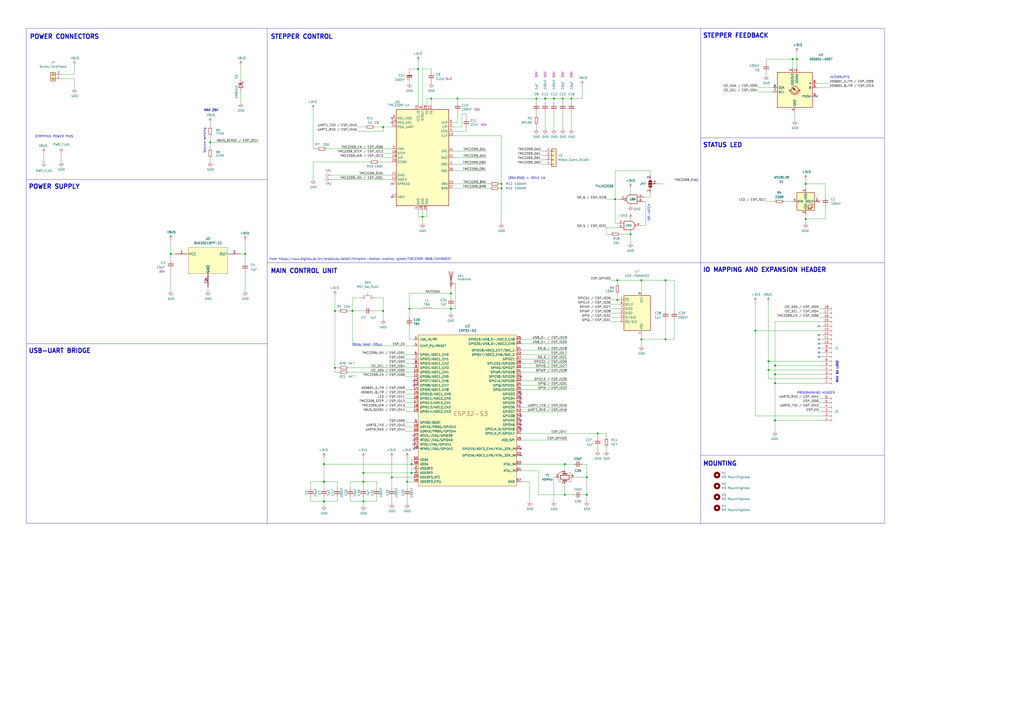
<source format=kicad_sch>
(kicad_sch (version 20230121) (generator eeschema)
  (paper "A2")
  (title_block (title "ESP Stepper Servo") (date "${date}") (rev "${commit}") (comment 1 "github.com/slimcdk/esp-stepper-servo/tree/${commit}"))
  (junction (at 237.49 179.07))
  (junction (at 462.28 34.29))
  (junction (at 358.14 173.99))
  (junction (at 238.76 274.32))
  (junction (at 445.77 209.55))
  (junction (at 210.82 290.83))
  (junction (at 445.77 214.63))
  (junction (at 250.19 57.15))
  (junction (at 210.82 279.4))
  (junction (at 311.15 57.15))
  (junction (at 261.62 170.18))
  (junction (at 365.76 135.89))
  (junction (at 386.08 162.56))
  (junction (at 238.76 269.24))
  (junction (at 194.31 213.36))
  (junction (at 187.96 290.83))
  (junction (at 326.39 57.15))
  (junction (at 340.36 276.86))
  (junction (at 265.43 57.15))
  (junction (at 245.11 125.73))
  (junction (at 327.66 269.24))
  (junction (at 290.83 109.22))
  (junction (at 227.33 276.86))
  (junction (at 187.96 269.24))
  (junction (at 236.22 279.4))
  (junction (at 467.36 106.68))
  (junction (at 99.06 147.32))
  (junction (at 142.24 147.32))
  (junction (at 386.08 196.85))
  (junction (at 340.36 287.02))
  (junction (at 372.11 196.85))
  (junction (at 290.83 106.68))
  (junction (at 204.47 180.34))
  (junction (at 356.87 115.57))
  (junction (at 222.25 180.34))
  (junction (at 327.66 287.02))
  (junction (at 467.36 127))
  (junction (at 321.31 57.15))
  (junction (at 449.58 212.09))
  (junction (at 222.25 73.66))
  (junction (at 316.23 57.15))
  (junction (at 372.11 162.56))
  (junction (at 449.58 243.84))
  (junction (at 459.74 34.29))
  (junction (at 210.82 274.32))
  (junction (at 346.71 251.46))
  (junction (at 261.62 179.07))
  (junction (at 331.47 57.15))
  (junction (at 187.96 279.4))
  (junction (at 438.15 191.77))
  (junction (at 242.57 40.005))
  (junction (at 194.31 180.34))
  (junction (at 121.92 82.55))
  (junction (at 358.14 162.56))
  (junction (at 449.58 217.17))
  (junction (at 449.58 222.25))
  (no_connect (at 302.26 243.84))
  (no_connect (at 240.03 257.81))
  (no_connect (at 474.98 199.39))
  (no_connect (at 240.03 252.73))
  (no_connect (at 240.03 223.52))
  (no_connect (at 474.98 196.85))
  (no_connect (at 302.26 246.38))
  (no_connect (at 474.98 116.84))
  (no_connect (at 227.33 114.3))
  (no_connect (at 302.26 218.44))
  (no_connect (at 302.26 260.35))
  (no_connect (at 302.26 228.6))
  (no_connect (at 302.26 264.16))
  (no_connect (at 302.26 241.3))
  (no_connect (at 227.33 68.58))
  (no_connect (at 474.98 207.01))
  (no_connect (at 240.03 255.27))
  (no_connect (at 227.33 71.12))
  (no_connect (at 240.03 220.98))
  (no_connect (at 474.98 194.31))
  (no_connect (at 474.98 189.23))
  (no_connect (at 474.98 201.93))
  (no_connect (at 302.26 231.14))
  (no_connect (at 302.26 233.68))
  (no_connect (at 474.98 204.47))
  (no_connect (at 240.03 260.35))
  (no_connect (at 302.26 248.92))
  (no_connect (at 473.71 55.88))
  (no_connect (at 227.33 106.68))
  (wire (pts (xy 327.66 273.05) (xy 327.66 269.24)))
  (wire (pts (xy 262.89 71.12) (xy 265.43 71.12)))
  (wire (pts (xy 201.93 180.34) (xy 204.47 180.34)))
  (wire (pts (xy 302.26 223.52) (xy 328.93 223.52)))
  (wire (pts (xy 439.42 50.8) (xy 448.31 50.8)))
  (wire (pts (xy 474.98 184.15) (xy 477.52 184.15)))
  (wire (pts (xy 203.2 283.21) (xy 203.2 279.4)))
  (wire (pts (xy 386.08 185.42) (xy 386.08 196.85)))
  (wire (pts (xy 374.65 116.84) (xy 373.38 116.84)))
  (wire (pts (xy 227.33 288.29) (xy 227.33 292.1)))
  (wire (pts (xy 210.82 279.4) (xy 218.44 279.4)))
  (wire (pts (xy 261.62 177.8) (xy 261.62 179.07)))
  (wire (pts (xy 180.34 290.83) (xy 187.96 290.83)))
  (wire (pts (xy 474.98 236.22) (xy 477.52 236.22)))
  (wire (pts (xy 302.26 203.2) (xy 328.93 203.2)))
  (wire (pts (xy 311.15 57.15) (xy 316.23 57.15)))
  (wire (pts (xy 459.74 34.29) (xy 462.28 34.29)))
  (wire (pts (xy 121.92 82.55) (xy 121.92 86.36)))
  (wire (pts (xy 386.08 162.56) (xy 372.11 162.56)))
  (wire (pts (xy 439.42 53.34) (xy 448.31 53.34)))
  (polyline (pts (xy 154.94 199.39) (xy 154.94 104.14)))
  (wire (pts (xy 234.95 218.44) (xy 240.03 218.44)))
  (wire (pts (xy 313.69 92.71) (xy 316.23 92.71)))
  (wire (pts (xy 236.22 265.43) (xy 236.22 279.4)))
  (wire (pts (xy 391.16 196.85) (xy 386.08 196.85)))
  (wire (pts (xy 242.57 121.92) (xy 242.57 125.73)))
  (wire (pts (xy 340.36 276.86) (xy 340.36 287.02)))
  (wire (pts (xy 261.62 167.64) (xy 261.62 170.18)))
  (wire (pts (xy 449.58 250.19) (xy 449.58 243.84)))
  (wire (pts (xy 237.49 189.23) (xy 237.49 196.85)))
  (polyline (pts (xy 406.4 264.16) (xy 513.08 264.16)))
  (wire (pts (xy 267.97 73.66) (xy 267.97 66.04)))
  (wire (pts (xy 461.01 69.85) (xy 461.01 64.77)))
  (wire (pts (xy 438.15 241.3) (xy 477.52 241.3)))
  (wire (pts (xy 467.36 129.54) (xy 467.36 127)))
  (wire (pts (xy 187.96 290.83) (xy 187.96 293.37)))
  (wire (pts (xy 245.11 40.005) (xy 250.19 40.005)))
  (wire (pts (xy 227.33 276.86) (xy 240.03 276.86)))
  (wire (pts (xy 473.71 50.8) (xy 481.33 50.8)))
  (wire (pts (xy 354.33 181.61) (xy 359.41 181.61)))
  (wire (pts (xy 302.26 210.82) (xy 328.93 210.82)))
  (wire (pts (xy 242.57 125.73) (xy 245.11 125.73)))
  (wire (pts (xy 290.83 78.74) (xy 290.83 106.68)))
  (wire (pts (xy 187.96 265.43) (xy 187.96 269.24)))
  (polyline (pts (xy 154.94 303.53) (xy 154.94 199.39)))
  (wire (pts (xy 265.43 71.12) (xy 265.43 64.77)))
  (wire (pts (xy 139.7 38.1) (xy 139.7 45.72)))
  (wire (pts (xy 467.36 106.68) (xy 467.36 109.22)))
  (wire (pts (xy 227.33 265.43) (xy 227.33 276.86)))
  (wire (pts (xy 474.98 194.31) (xy 477.52 194.31)))
  (wire (pts (xy 356.87 115.57) (xy 359.41 115.57)))
  (wire (pts (xy 262.89 78.74) (xy 290.83 78.74)))
  (polyline (pts (xy 381 16.51) (xy 146.05 16.51)))
  (wire (pts (xy 204.47 200.66) (xy 240.03 200.66)))
  (wire (pts (xy 477.52 189.23) (xy 474.98 189.23)))
  (wire (pts (xy 240.03 196.85) (xy 237.49 196.85)))
  (wire (pts (xy 262.89 76.2) (xy 270.51 76.2)))
  (wire (pts (xy 346.71 251.46) (xy 346.71 254)))
  (wire (pts (xy 195.58 283.21) (xy 195.58 279.4)))
  (wire (pts (xy 354.33 173.99) (xy 358.14 173.99)))
  (wire (pts (xy 358.14 170.18) (xy 358.14 173.99)))
  (wire (pts (xy 237.49 46.99) (xy 237.49 48.26)))
  (polyline (pts (xy 406.4 152.4) (xy 406.4 16.51)))
  (wire (pts (xy 194.31 180.34) (xy 194.31 213.36)))
  (wire (pts (xy 316.23 74.93) (xy 316.23 64.77)))
  (polyline (pts (xy 154.94 303.53) (xy 381 303.53)))
  (wire (pts (xy 240.03 271.78) (xy 238.76 271.78)))
  (wire (pts (xy 331.47 64.77) (xy 331.47 74.93)))
  (wire (pts (xy 474.98 231.14) (xy 477.52 231.14)))
  (polyline (pts (xy 15.24 16.51) (xy 15.24 104.14)))
  (wire (pts (xy 238.76 269.24) (xy 240.03 269.24)))
  (wire (pts (xy 203.2 290.83) (xy 210.82 290.83)))
  (wire (pts (xy 264.16 179.07) (xy 261.62 179.07)))
  (wire (pts (xy 354.33 184.15) (xy 359.41 184.15)))
  (wire (pts (xy 372.11 194.31) (xy 372.11 196.85)))
  (wire (pts (xy 311.15 64.77) (xy 311.15 67.31)))
  (wire (pts (xy 354.33 135.89) (xy 351.79 135.89)))
  (wire (pts (xy 354.33 162.56) (xy 358.14 162.56)))
  (wire (pts (xy 438.15 175.26) (xy 438.15 191.77)))
  (wire (pts (xy 139.7 147.32) (xy 142.24 147.32)))
  (wire (pts (xy 321.31 290.83) (xy 321.31 276.86)))
  (wire (pts (xy 181.61 93.98) (xy 214.63 93.98)))
  (wire (pts (xy 302.26 220.98) (xy 328.93 220.98)))
  (wire (pts (xy 222.25 172.72) (xy 222.25 180.34)))
  (wire (pts (xy 302.26 215.9) (xy 328.93 215.9)))
  (wire (pts (xy 462.28 34.29) (xy 462.28 30.48)))
  (wire (pts (xy 262.89 91.44) (xy 281.94 91.44)))
  (wire (pts (xy 234.95 250.19) (xy 240.03 250.19)))
  (wire (pts (xy 478.79 106.68) (xy 467.36 106.68)))
  (wire (pts (xy 372.11 196.85) (xy 372.11 200.66)))
  (wire (pts (xy 250.19 57.15) (xy 265.43 57.15)))
  (wire (pts (xy 365.76 127) (xy 365.76 128.27)))
  (wire (pts (xy 321.31 276.86) (xy 322.58 276.86)))
  (wire (pts (xy 237.49 170.18) (xy 261.62 170.18)))
  (wire (pts (xy 302.26 196.85) (xy 328.93 196.85)))
  (wire (pts (xy 391.16 185.42) (xy 391.16 196.85)))
  (wire (pts (xy 312.42 287.02) (xy 327.66 287.02)))
  (wire (pts (xy 187.96 279.4) (xy 187.96 269.24)))
  (wire (pts (xy 381 106.68) (xy 384.81 106.68)))
  (wire (pts (xy 247.65 121.92) (xy 247.65 125.73)))
  (wire (pts (xy 449.58 222.25) (xy 449.58 243.84)))
  (polyline (pts (xy 15.24 199.39) (xy 154.94 199.39)))
  (wire (pts (xy 327.66 269.24) (xy 332.74 269.24)))
  (wire (pts (xy 438.15 191.77) (xy 438.15 241.3)))
  (wire (pts (xy 262.89 87.63) (xy 281.94 87.63)))
  (polyline (pts (xy 154.94 16.51) (xy 154.94 104.14)))
  (wire (pts (xy 237.49 179.07) (xy 243.84 179.07)))
  (wire (pts (xy 234.95 226.06) (xy 240.03 226.06)))
  (wire (pts (xy 474.98 199.39) (xy 477.52 199.39)))
  (wire (pts (xy 302.26 269.24) (xy 327.66 269.24)))
  (wire (pts (xy 386.08 162.56) (xy 391.16 162.56)))
  (wire (pts (xy 139.7 59.69) (xy 139.7 53.34)))
  (wire (pts (xy 204.47 180.34) (xy 210.82 180.34)))
  (polyline (pts (xy 15.24 104.14) (xy 15.24 199.39)))
  (wire (pts (xy 302.26 205.74) (xy 328.93 205.74)))
  (wire (pts (xy 340.36 287.02) (xy 340.36 290.83)))
  (polyline (pts (xy 154.94 152.4) (xy 381 152.4)))
  (wire (pts (xy 449.58 186.69) (xy 449.58 212.09)))
  (wire (pts (xy 302.26 238.76) (xy 328.93 238.76)))
  (wire (pts (xy 449.58 243.84) (xy 477.52 243.84)))
  (wire (pts (xy 218.44 290.83) (xy 218.44 288.29)))
  (wire (pts (xy 351.79 115.57) (xy 356.87 115.57)))
  (wire (pts (xy 181.61 63.5) (xy 181.61 86.36)))
  (wire (pts (xy 351.79 259.08) (xy 351.79 261.62)))
  (wire (pts (xy 473.71 48.26) (xy 481.33 48.26)))
  (wire (pts (xy 290.83 106.68) (xy 289.56 106.68)))
  (wire (pts (xy 218.44 172.72) (xy 222.25 172.72)))
  (wire (pts (xy 234.95 236.22) (xy 240.03 236.22)))
  (wire (pts (xy 99.06 168.91) (xy 99.06 156.21)))
  (wire (pts (xy 321.31 57.15) (xy 326.39 57.15)))
  (wire (pts (xy 313.69 95.25) (xy 316.23 95.25)))
  (wire (pts (xy 234.95 233.68) (xy 240.03 233.68)))
  (wire (pts (xy 478.79 127) (xy 467.36 127)))
  (wire (pts (xy 377.19 101.6) (xy 377.19 99.06)))
  (wire (pts (xy 354.33 179.07) (xy 359.41 179.07)))
  (wire (pts (xy 187.96 288.29) (xy 187.96 290.83)))
  (wire (pts (xy 194.31 180.34) (xy 196.85 180.34)))
  (wire (pts (xy 459.74 34.29) (xy 459.74 39.37)))
  (wire (pts (xy 99.06 139.065) (xy 99.06 147.32)))
  (wire (pts (xy 236.22 279.4) (xy 240.03 279.4)))
  (wire (pts (xy 261.62 179.07) (xy 261.62 181.61)))
  (wire (pts (xy 346.71 259.08) (xy 346.71 261.62)))
  (wire (pts (xy 234.95 208.28) (xy 240.03 208.28)))
  (wire (pts (xy 262.89 73.66) (xy 267.97 73.66)))
  (wire (pts (xy 234.95 210.82) (xy 240.03 210.82)))
  (polyline (pts (xy 154.94 104.14) (xy 15.24 104.14)))
  (wire (pts (xy 237.49 179.07) (xy 237.49 184.15)))
  (wire (pts (xy 121.92 82.55) (xy 149.86 82.55)))
  (wire (pts (xy 237.49 40.005) (xy 242.57 40.005)))
  (wire (pts (xy 365.76 135.89) (xy 365.76 140.97)))
  (wire (pts (xy 474.98 233.68) (xy 477.52 233.68)))
  (polyline (pts (xy 381 303.53) (xy 513.08 303.53)))
  (wire (pts (xy 234.95 228.6) (xy 240.03 228.6)))
  (wire (pts (xy 337.82 49.53) (xy 337.82 57.15)))
  (wire (pts (xy 180.34 288.29) (xy 180.34 290.83)))
  (wire (pts (xy 267.97 66.04) (xy 270.51 66.04)))
  (wire (pts (xy 327.66 287.02) (xy 332.74 287.02)))
  (wire (pts (xy 142.24 152.4) (xy 142.24 147.32)))
  (wire (pts (xy 265.43 57.15) (xy 311.15 57.15)))
  (wire (pts (xy 180.34 279.4) (xy 187.96 279.4)))
  (wire (pts (xy 236.22 288.29) (xy 236.22 292.1)))
  (wire (pts (xy 445.77 175.26) (xy 445.77 209.55)))
  (wire (pts (xy 377.19 99.06) (xy 356.87 99.06)))
  (wire (pts (xy 302.26 208.28) (xy 328.93 208.28)))
  (wire (pts (xy 217.17 73.66) (xy 222.25 73.66)))
  (wire (pts (xy 121.92 91.44) (xy 121.92 93.98)))
  (wire (pts (xy 25.4 88.9) (xy 25.4 93.98)))
  (wire (pts (xy 302.26 255.27) (xy 328.93 255.27)))
  (wire (pts (xy 354.33 176.53) (xy 359.41 176.53)))
  (wire (pts (xy 321.31 64.77) (xy 321.31 74.93)))
  (wire (pts (xy 210.82 290.83) (xy 210.82 293.37)))
  (wire (pts (xy 332.74 276.86) (xy 340.36 276.86)))
  (wire (pts (xy 203.2 279.4) (xy 210.82 279.4)))
  (wire (pts (xy 321.31 57.15) (xy 321.31 59.69)))
  (wire (pts (xy 337.82 269.24) (xy 340.36 269.24)))
  (wire (pts (xy 262.89 109.22) (xy 284.48 109.22)))
  (wire (pts (xy 474.98 204.47) (xy 477.52 204.47)))
  (wire (pts (xy 313.69 87.63) (xy 316.23 87.63)))
  (wire (pts (xy 478.79 119.38) (xy 478.79 127)))
  (wire (pts (xy 449.58 186.69) (xy 477.52 186.69)))
  (wire (pts (xy 445.77 209.55) (xy 445.77 214.63)))
  (wire (pts (xy 218.44 283.21) (xy 218.44 279.4)))
  (wire (pts (xy 474.98 207.01) (xy 477.52 207.01)))
  (wire (pts (xy 240.03 266.7) (xy 238.76 266.7)))
  (wire (pts (xy 290.83 106.68) (xy 290.83 109.22)))
  (wire (pts (xy 238.76 266.7) (xy 238.76 269.24)))
  (polyline (pts (xy 406.4 80.01) (xy 513.08 80.01)))
  (wire (pts (xy 270.51 66.04) (xy 270.51 68.58)))
  (wire (pts (xy 210.82 265.43) (xy 210.82 274.32)))
  (wire (pts (xy 467.36 127) (xy 467.36 124.46)))
  (wire (pts (xy 346.71 251.46) (xy 351.79 251.46)))
  (wire (pts (xy 302.26 213.36) (xy 328.93 213.36)))
  (wire (pts (xy 222.25 73.66) (xy 227.33 73.66)))
  (wire (pts (xy 316.23 57.15) (xy 321.31 57.15)))
  (wire (pts (xy 326.39 74.93) (xy 326.39 64.77)))
  (wire (pts (xy 238.76 271.78) (xy 238.76 274.32)))
  (wire (pts (xy 372.11 130.81) (xy 374.65 130.81)))
  (wire (pts (xy 207.01 76.2) (xy 222.25 76.2)))
  (wire (pts (xy 449.58 212.09) (xy 477.52 212.09)))
  (wire (pts (xy 142.24 147.32) (xy 142.24 139.7)))
  (wire (pts (xy 194.31 213.36) (xy 196.85 213.36)))
  (wire (pts (xy 204.47 180.34) (xy 204.47 200.66)))
  (wire (pts (xy 227.33 283.21) (xy 227.33 276.86)))
  (wire (pts (xy 121.92 71.12) (xy 121.92 73.66)))
  (wire (pts (xy 196.85 215.9) (xy 194.31 215.9)))
  (wire (pts (xy 35.814 43.18) (xy 43.18 43.18)))
  (wire (pts (xy 351.79 132.08) (xy 351.79 135.89)))
  (polyline (pts (xy 513.08 303.53) (xy 513.08 16.51)))
  (wire (pts (xy 187.96 269.24) (xy 238.76 269.24)))
  (wire (pts (xy 261.62 170.18) (xy 261.62 172.72)))
  (wire (pts (xy 242.57 35.56) (xy 242.57 40.005)))
  (wire (pts (xy 99.06 147.32) (xy 99.06 151.13)))
  (wire (pts (xy 391.16 162.56) (xy 391.16 180.34)))
  (wire (pts (xy 120.65 166.37) (xy 120.65 168.91)))
  (wire (pts (xy 307.34 279.4) (xy 307.34 290.83)))
  (wire (pts (xy 444.5 41.91) (xy 444.5 43.815)))
  (wire (pts (xy 189.23 86.36) (xy 227.33 86.36)))
  (wire (pts (xy 365.76 133.35) (xy 365.76 135.89)))
  (wire (pts (xy 356.87 115.57) (xy 356.87 129.54)))
  (wire (pts (xy 201.93 215.9) (xy 240.03 215.9)))
  (wire (pts (xy 474.98 238.76) (xy 477.52 238.76)))
  (wire (pts (xy 238.76 274.32) (xy 240.03 274.32)))
  (wire (pts (xy 444.5 116.84) (xy 449.58 116.84)))
  (wire (pts (xy 474.98 201.93) (xy 477.52 201.93)))
  (wire (pts (xy 210.82 288.29) (xy 210.82 290.83)))
  (wire (pts (xy 181.61 104.14) (xy 181.61 93.98)))
  (wire (pts (xy 358.14 173.99) (xy 359.41 173.99)))
  (polyline (pts (xy 15.24 16.51) (xy 146.05 16.51)))
  (wire (pts (xy 351.79 251.46) (xy 351.79 254)))
  (wire (pts (xy 247.65 57.15) (xy 250.19 57.15)))
  (wire (pts (xy 340.36 269.24) (xy 340.36 276.86)))
  (wire (pts (xy 316.23 57.15) (xy 316.23 59.69)))
  (wire (pts (xy 215.9 180.34) (xy 222.25 180.34)))
  (wire (pts (xy 245.11 125.73) (xy 245.11 121.92)))
  (wire (pts (xy 234.95 231.14) (xy 240.03 231.14)))
  (wire (pts (xy 302.26 251.46) (xy 346.71 251.46)))
  (wire (pts (xy 374.65 116.84) (xy 374.65 130.81)))
  (wire (pts (xy 462.28 34.29) (xy 462.28 39.37)))
  (wire (pts (xy 234.95 205.74) (xy 240.03 205.74)))
  (wire (pts (xy 373.38 114.3) (xy 377.19 114.3)))
  (wire (pts (xy 245.11 60.96) (xy 245.11 40.005)))
  (wire (pts (xy 194.31 171.45) (xy 194.31 180.34)))
  (wire (pts (xy 210.82 274.32) (xy 210.82 279.4)))
  (wire (pts (xy 354.33 186.69) (xy 359.41 186.69)))
  (wire (pts (xy 142.24 157.48) (xy 142.24 168.91)))
  (wire (pts (xy 262.89 106.68) (xy 284.48 106.68)))
  (wire (pts (xy 262.89 99.06) (xy 281.94 99.06)))
  (wire (pts (xy 302.26 273.05) (xy 312.42 273.05)))
  (wire (pts (xy 201.93 213.36) (xy 240.03 213.36)))
  (wire (pts (xy 203.2 288.29) (xy 203.2 290.83)))
  (wire (pts (xy 459.74 116.84) (xy 454.66 116.84)))
  (wire (pts (xy 444.5 34.29) (xy 459.74 34.29)))
  (wire (pts (xy 386.08 196.85) (xy 372.11 196.85)))
  (wire (pts (xy 358.14 129.54) (xy 356.87 129.54)))
  (wire (pts (xy 356.87 99.06) (xy 356.87 115.57)))
  (wire (pts (xy 210.82 290.83) (xy 218.44 290.83)))
  (wire (pts (xy 302.26 236.22) (xy 328.93 236.22)))
  (wire (pts (xy 327.66 287.02) (xy 327.66 280.67)))
  (wire (pts (xy 187.96 283.21) (xy 187.96 279.4)))
  (wire (pts (xy 222.25 91.44) (xy 227.33 91.44)))
  (wire (pts (xy 265.43 57.15) (xy 265.43 59.69)))
  (wire (pts (xy 237.49 41.91) (xy 237.49 40.005)))
  (wire (pts (xy 467.36 104.14) (xy 467.36 106.68)))
  (wire (pts (xy 302.26 199.39) (xy 328.93 199.39)))
  (wire (pts (xy 204.47 172.72) (xy 204.47 180.34)))
  (wire (pts (xy 262.89 95.25) (xy 281.94 95.25)))
  (wire (pts (xy 35.814 45.72) (xy 43.18 45.72)))
  (wire (pts (xy 250.19 48.26) (xy 250.19 46.99)))
  (wire (pts (xy 445.77 219.71) (xy 477.52 219.71)))
  (wire (pts (xy 219.71 93.98) (xy 227.33 93.98)))
  (wire (pts (xy 234.95 247.65) (xy 240.03 247.65)))
  (wire (pts (xy 222.25 180.34) (xy 222.25 185.42)))
  (wire (pts (xy 326.39 57.15) (xy 326.39 59.69)))
  (wire (pts (xy 337.82 287.02) (xy 340.36 287.02)))
  (wire (pts (xy 35.56 88.9) (xy 35.56 93.98)))
  (wire (pts (xy 247.65 60.96) (xy 247.65 57.15)))
  (wire (pts (xy 194.31 215.9) (xy 194.31 213.36)))
  (wire (pts (xy 245.11 129.54) (xy 245.11 125.73)))
  (wire (pts (xy 180.34 283.21) (xy 180.34 279.4)))
  (wire (pts (xy 474.98 196.85) (xy 477.52 196.85)))
  (wire (pts (xy 337.82 57.15) (xy 331.47 57.15)))
  (wire (pts (xy 386.08 180.34) (xy 386.08 162.56)))
  (wire (pts (xy 250.19 40.005) (xy 250.19 41.91)))
  (wire (pts (xy 449.58 212.09) (xy 449.58 217.17)))
  (wire (pts (xy 358.14 162.56) (xy 358.14 165.1)))
  (wire (pts (xy 195.58 290.83) (xy 195.58 288.29)))
  (wire (pts (xy 187.96 290.83) (xy 195.58 290.83)))
  (wire (pts (xy 236.22 283.21) (xy 236.22 279.4)))
  (wire (pts (xy 242.57 40.005) (xy 242.57 60.96)))
  (wire (pts (xy 208.28 172.72) (xy 204.47 172.72)))
  (wire (pts (xy 302.26 226.06) (xy 328.93 226.06)))
  (wire (pts (xy 251.46 179.07) (xy 261.62 179.07)))
  (wire (pts (xy 313.69 90.17) (xy 316.23 90.17)))
  (wire (pts (xy 377.19 111.76) (xy 377.19 114.3)))
  (wire (pts (xy 326.39 57.15) (xy 331.47 57.15)))
  (wire (pts (xy 222.25 88.9) (xy 227.33 88.9)))
  (wire (pts (xy 445.77 214.63) (xy 445.77 219.71)))
  (wire (pts (xy 445.77 214.63) (xy 477.52 214.63)))
  (wire (pts (xy 449.58 217.17) (xy 449.58 222.25)))
  (wire (pts (xy 184.15 86.36) (xy 181.61 86.36)))
  (wire (pts (xy 302.26 279.4) (xy 307.34 279.4)))
  (wire (pts (xy 234.95 245.11) (xy 240.03 245.11)))
  (wire (pts (xy 43.18 45.72) (xy 43.18 51.308)))
  (wire (pts (xy 289.56 109.22) (xy 290.83 109.22)))
  (wire (pts (xy 290.83 129.54) (xy 290.83 109.22)))
  (wire (pts (xy 222.25 76.2) (xy 222.25 73.66)))
  (wire (pts (xy 264.16 167.64) (xy 264.16 179.07)))
  (wire (pts (xy 99.06 147.32) (xy 101.6 147.32)))
  (wire (pts (xy 359.41 135.89) (xy 365.76 135.89)))
  (wire (pts (xy 247.65 125.73) (xy 245.11 125.73)))
  (wire (pts (xy 311.15 72.39) (xy 311.15 74.93)))
  (polyline (pts (xy 381 152.4) (xy 513.08 152.4)))
  (wire (pts (xy 449.58 217.17) (xy 477.52 217.17)))
  (wire (pts (xy 43.18 43.18) (xy 43.18 38.1)))
  (wire (pts (xy 311.15 57.15) (xy 311.15 59.69)))
  (polyline (pts (xy 513.08 16.51) (xy 381 16.51)))
  (wire (pts (xy 210.82 283.21) (xy 210.82 279.4)))
  (wire (pts (xy 312.42 273.05) (xy 312.42 287.02)))
  (wire (pts (xy 193.04 104.14) (xy 227.33 104.14)))
  (wire (pts (xy 358.14 162.56) (xy 372.11 162.56)))
  (wire (pts (xy 438.15 191.77) (xy 477.52 191.77)))
  (wire (pts (xy 121.92 78.74) (xy 121.92 82.55)))
  (wire (pts (xy 449.58 222.25) (xy 477.52 222.25)))
  (wire (pts (xy 210.82 274.32) (xy 238.76 274.32)))
  (polyline (pts (xy 15.24 199.39) (xy 15.24 303.53)))
  (wire (pts (xy 193.04 101.6) (xy 227.33 101.6)))
  (wire (pts (xy 237.49 170.18) (xy 237.49 179.07)))
  (wire (pts (xy 478.79 114.3) (xy 478.79 106.68)))
  (wire (pts (xy 351.79 132.08) (xy 358.14 132.08)))
  (wire (pts (xy 234.95 238.76) (xy 240.03 238.76)))
  (wire (pts (xy 365.76 109.22) (xy 365.76 113.03)))
  (wire (pts (xy 445.77 209.55) (xy 477.52 209.55)))
  (wire (pts (xy 331.47 57.15) (xy 331.47 59.69)))
  (wire (pts (xy 474.98 181.61) (xy 477.52 181.61)))
  (wire (pts (xy 474.98 179.07) (xy 477.52 179.07)))
  (wire (pts (xy 212.09 73.66) (xy 207.01 73.66)))
  (wire (pts (xy 365.76 118.11) (xy 365.76 119.38)))
  (wire (pts (xy 444.5 36.83) (xy 444.5 34.29)))
  (wire (pts (xy 372.11 162.56) (xy 372.11 168.91)))
  (wire (pts (xy 270.51 76.2) (xy 270.51 73.66)))
  (wire (pts (xy 187.96 279.4) (xy 195.58 279.4)))
  (polyline (pts (xy 406.4 303.53) (xy 406.4 152.4)))
  (polyline (pts (xy 15.24 303.53) (xy 154.94 303.53)))
  (wire (pts (xy 250.19 57.15) (xy 250.19 60.96)))
  (text "STEPPER FEEDBACK" (at 407.67 22.225 0) (effects (font (size 2.54 2.54) (thickness 0.508) bold) (justify left bottom)))
  (text "PROGRAMMING HEADER" (at 462.28 228.727 0) (effects (font (size 1.27 1.27)) (justify left bottom)))
  (text "MAX 5A LOAD" (at 486.41 222.25 90) (effects (font (size 1.27 1.27) (thickness 0.254) bold italic) (justify left bottom)))
  (text "POWER SUPPLY" (at 16.51 109.855 0) (effects (font (size 2.54 2.54) (thickness 0.508) bold) (justify left bottom)))
  (text "STRPPING POWER PINS" (at 20.32 80.01 0) (effects (font (size 1.27 1.27)) (justify left bottom)))
  (text "IO MAPPING AND EXPANSION HEADER" (at 407.67 158.115 0) (effects (font (size 2.54 2.54) (thickness 0.508) bold) (justify left bottom)))
  (text "MAIN CONTROL UNIT" (at 156.845 158.75 0) (effects (font (size 2.54 2.54) (thickness 0.508) bold) (justify left bottom)))
  (text "STATUS LED" (at 407.67 85.725 0) (effects (font (size 2.54 2.54) (thickness 0.508) bold) (justify left bottom)))
  (text "STEPPER CONTROL" (at 156.845 22.86 0) (effects (font (size 2.54 2.54) (thickness 0.508) bold) (justify left bottom)))
  (text "MOUNTING" (at 407.67 270.51 0) (effects (font (size 2.54 2.54) (thickness 0.508) bold) (justify left bottom)))
  (text "Source sensing" (at 119.38 88.9 90) (effects (font (size 1.27 1.27)) (justify left bottom)))
  (text "(RSA,RSB) = 2010 1W" (at 294.64 104.14 0) (effects (font (size 1.27 1.27)) (justify left bottom)))
  (text "INTERRUPTS" (at 481.33 45.72 0) (effects (font (size 1.27 1.27)) (justify left bottom)))
  (text "from https://www.digikey.at/en/products/detail/trinamic-motion-control-gmbh/TMC2209-BOB/10490037" (at 156.21 151.13 0) (effects (font (size 1.27 1.27)) (justify left bottom)))
  (text "Delay boot ~50µs" (at 204.47 200.66 0) (effects (font (size 1.27 1.27)) (justify left bottom)))
  (text "MAX 25V\n" (at 118.11 64.77 0) (effects (font (size 1.27 1.27) (thickness 0.254) bold italic) (justify left bottom)))
  (text "USB-UART BRIDGE" (at 16.51 205.105 0) (effects (font (size 2.54 2.54) (thickness 0.508) bold) (justify left bottom)))
  (text "POWER CONNECTORS" (at 17.145 22.86 0) (effects (font (size 2.54 2.54) (thickness 0.508) bold) (justify left bottom)))
  (text "SR-LATCH" (at 377.19 128.27 90) (effects (font (size 1.27 1.27)) (justify left bottom)))
  (label "UART0_RXD {slash} ESP_IO44" (at 474.98 231.14 180))
  (label "USB_D- {slash} ESP_IO19" (at 328.93 196.85 180))
  (label "SPIHD {slash} ESP_IO27" (at 354.33 179.07 180))
  (label "TMC2209_BRB" (at 281.94 109.22 180))
  (label "ESP_IO00" (at 474.98 233.68 180))
  (label "SPICLK {slash} ESP_IO30" (at 328.93 220.98 180))
  (label "SPICS1 {slash} ESP_IO26" (at 354.33 173.99 180))
  (label "TMC2209_DIAG" (at 391.16 105.41 0))
  (label "TMC2209_OB2" (at 313.69 95.25 180))
  (label "ESP_EN" (at 234.95 200.66 180))
  (label "UART0_RXD {slash} ESP_IO44" (at 234.95 250.19 180))
  (label "TMC2209_STEP {slash} ESP_IO12" (at 234.95 233.68 180))
  (label "UART1_RXD {slash} ESP_IO46" (at 207.01 76.2 180))
  (label "TMC2209_DIAG" (at 222.25 101.6 180))
  (label "UART0_TXD {slash} ESP_IO43" (at 234.95 247.65 180))
  (label "ESP_SPIVDD" (at 354.33 162.56 180))
  (label "SPICS1 {slash} ESP_IO26" (at 328.93 210.82 180))
  (label "AS5601_A_ITR {slash} ESP_IO09" (at 481.33 48.26 0))
  (label "TMC2209_OB1" (at 313.69 92.71 180))
  (label "ESP_IO02" (at 234.95 208.28 180))
  (label "ESP_IO47" (at 328.93 251.46 180))
  (label "SPICLK {slash} ESP_IO30" (at 354.33 176.53 180))
  (label "I2C_SDA {slash} ESP_IO05" (at 474.98 179.07 180))
  (label "TMC2209_OB2" (at 281.94 95.25 180))
  (label "TMC2209_IDX {slash} ESP_IO01" (at 234.95 205.74 180))
  (label "SPID {slash} ESP_IO32" (at 354.33 184.15 180))
  (label "TMC2209_STEP {slash} ESP_IO12" (at 222.25 88.9 180))
  (label "UART1_RXD {slash} ESP_IO46" (at 328.93 238.76 180))
  (label "TMC2209_OB1" (at 281.94 99.06 180))
  (label "LED {slash} ESP_IO11" (at 234.95 231.14 180))
  (label "AS5601_B_ITR {slash} ESP_IO10" (at 234.95 228.6 180))
  (label "SPIWP {slash} ESP_IO28" (at 354.33 181.61 180))
  (label "TMC2209_DIR {slash} ESP_IO13" (at 222.25 91.44 180))
  (label "SPIQ {slash} ESP_IO31" (at 354.33 186.69 180))
  (label "SPIQ {slash} ESP_IO31" (at 328.93 223.52 180))
  (label "UART0_TXD {slash} ESP_IO43" (at 474.98 236.22 180))
  (label "I2C_SDA {slash} ESP_IO05" (at 234.95 215.9 180))
  (label "TMC2209_IDX {slash} ESP_IO01" (at 222.25 104.14 180))
  (label "TMC2209_EN {slash} ESP_IO06" (at 222.25 86.36 180))
  (label "I2C_SCL {slash} ESP_IO04" (at 234.95 213.36 180))
  (label "TMC2209_OA1" (at 313.69 90.17 180))
  (label "SR_Q {slash} ESP_IO18" (at 328.93 203.2 180))
  (label "ESP_IO17" (at 328.93 205.74 180))
  (label "VBUS_SENSE {slash} ESP_IO14" (at 149.86 82.55 180))
  (label "TMC2209_EN {slash} ESP_IO06" (at 234.95 218.44 180))
  (label "SR_S {slash} ESP_IO21" (at 351.79 132.08 180))
  (label "SPID {slash} ESP_IO32" (at 328.93 226.06 180))
  (label "ANTENNA" (at 255.27 170.18 180))
  (label "SR_S {slash} ESP_IO21" (at 328.93 208.28 180))
  (label "ESP_IO03" (at 234.95 210.82 180))
  (label "ESP_EN" (at 474.98 238.76 180))
  (label "VBUS_SENSE {slash} ESP_IO14" (at 234.95 238.76 180))
  (label "SPIWP {slash} ESP_IO28" (at 328.93 215.9 180))
  (label "TMC2209_OA1" (at 281.94 87.63 180))
  (label "USB_D+ {slash} ESP_IO20" (at 328.93 199.39 180))
  (label "TMC2209_EN {slash} ESP_IO06" (at 474.98 184.15 180))
  (label "AS5601_A_ITR {slash} ESP_IO09" (at 234.95 226.06 180))
  (label "TMC2209_OA2" (at 313.69 87.63 180))
  (label "I2C_SCL {slash} ESP_IO04" (at 474.98 181.61 180))
  (label "SPIHD {slash} ESP_IO27" (at 328.93 213.36 180))
  (label "ESP_SPIVDD" (at 328.93 255.27 180))
  (label "I2C_SCL {slash} ESP_IO04" (at 439.42 53.34 180))
  (label "I2C_SDA {slash} ESP_IO05" (at 439.42 50.8 180))
  (label "TMC2209_DIR {slash} ESP_IO13" (at 234.95 236.22 180))
  (label "ESP_IO00" (at 234.95 245.11 180))
  (label "LED {slash} ESP_IO11" (at 444.5 116.84 180))
  (label "TMC2209_BRA" (at 281.94 106.68 180))
  (label "UART1_TXD {slash} ESP_IO45" (at 207.01 73.66 180))
  (label "UART1_TXD {slash} ESP_IO45" (at 328.93 236.22 180))
  (label "TMC2209_OA2" (at 281.94 91.44 180))
  (label "AS5601_B_ITR {slash} ESP_IO10" (at 481.33 50.8 0))
  (label "SR_Q {slash} ESP_IO18" (at 351.79 115.57 180))
  (symbol (lib_id "power:GND") (at 461.01 69.85 0) (unit 1)
    (property "Reference" "#PWR023" (effects hide))
    (property "Value" "GND" (at 461.137 74.2442 0))
  )
  (symbol (lib_id "power:+3V3") (at 462.28 30.48 0) (unit 1)
    (property "Reference" "#PWR022" (effects hide))
    (property "Value" "+3V3" (at 462.661 26.0858 0))
  )
  (symbol (lib_id "power:GND") (at 245.11 129.54 0) (unit 1)
    (property "Reference" "#PWR026" (effects hide))
    (property "Value" "GND" (at 245.237 133.9342 0))
  )
  (symbol (lib_id "power:+3V3") (at 242.57 35.56 0) (mirror y) (unit 1)
    (property "Reference" "#PWR024" (effects hide))
    (property "Value" "+3V3" (at 242.189 31.1658 0))
  )
  (symbol (lib_id "power:VBUS") (at 337.82 49.53 0) (unit 1)
    (property "Reference" "#PWR027" (effects hide))
    (property "Value" "VBUS" (at 338.201 45.1358 0))
  )
  (symbol (lib_id "Device:R_Small") (at 214.63 73.66 90) (mirror x) (unit 1)
    (property "Reference" "R11" (at 214.63 68.58 90))
    (property "Value" "1K" (at 214.63 71.12 90))
    (property "Footprint" "Resistor_SMD:R_0201_0603Metric" (effects hide))
    (property "Tol" "1%" (at 218.44 71.12 90))
  )
  (symbol (lib_id "Slimc_Sensor_Magnetic:AS5601-ASOT") (at 461.01 52.07 0) (unit 1)
    (property "Reference" "U4" (at 476.25 31.75 0))
    (property "Value" "AS5601-ASOT" (at 476.25 34.29 0))
    (property "Footprint" "Package_SO:SOIC-8_3.9x4.9mm_P1.27mm" (effects hide))
    (property "Datasheet" "https://ams.com/documents/20143/36005/AS5601_DS000395_3-00.pdf/9a58e74f-f6d8-53eb-1fa2-ad62d9911ca4" (effects hide))
    (property "mfr_part_number" "AS5601-ASOT" (effects hide))
    (property "digikey_part_number" "AS5601-ASOTCT-ND" (effects hide))
  )
  (symbol (lib_id "Device:C_Small") (at 250.19 44.45 0) (unit 1)
    (property "Reference" "C9" (at 252.73 43.18 0) (effects (justify left)))
    (property "Value" "2.2µF" (at 252.73 45.72 0) (effects (justify left)))
    (property "Footprint" "Capacitor_SMD:C_0603_1608Metric" (effects hide))
    (property "Voltage" "6v3" (at 260.35 45.72 0))
  )
  (symbol (lib_id "power:GND") (at 250.19 48.26 0) (unit 1)
    (property "Reference" "#PWR021" (effects hide))
    (property "Value" "GND" (at 250.317 52.6542 0))
  )
  (symbol (lib_id "Mechanical:MountingHole") (at 415.925 288.29 0) (unit 1) (in_bom no)
    (property "Reference" "H3" (at 418.465 287.1216 0) (effects (justify left)))
    (property "Value" "M3 MountingHole" (at 418.465 289.433 0) (effects (justify left)))
    (property "Footprint" "MountingHole:MountingHole_3.2mm_M3_DIN965_Pad" (effects hide))
  )
  (symbol (lib_id "Mechanical:MountingHole") (at 415.925 294.64 0) (unit 1) (in_bom no)
    (property "Reference" "H4" (at 418.465 293.4716 0) (effects (justify left)))
    (property "Value" "M3 MountingHole" (at 418.465 295.783 0) (effects (justify left)))
    (property "Footprint" "MountingHole:MountingHole_3.2mm_M3_DIN965_Pad" (effects hide))
  )
  (symbol (lib_id "Mechanical:MountingHole") (at 415.925 281.94 0) (unit 1) (in_bom no)
    (property "Reference" "H2" (at 418.465 280.7716 0) (effects (justify left)))
    (property "Value" "M3 MountingHole" (at 418.465 283.083 0) (effects (justify left)))
    (property "Footprint" "MountingHole:MountingHole_3.2mm_M3_DIN965_Pad" (effects hide))
  )
  (symbol (lib_id "Mechanical:MountingHole") (at 415.925 275.59 0) (unit 1) (in_bom no)
    (property "Reference" "H1" (at 418.465 274.4216 0) (effects (justify left)))
    (property "Value" "M3 MountingHole" (at 418.465 276.733 0) (effects (justify left)))
    (property "Footprint" "MountingHole:MountingHole_3.2mm_M3_DIN965_Pad" (effects hide))
  )
  (symbol (lib_id "power:GND") (at 316.23 74.93 0) (unit 1)
    (property "Reference" "#PWR038" (effects hide))
    (property "Value" "GND" (at 316.357 79.3242 0))
  )
  (symbol (lib_id "power:GND") (at 290.83 129.54 0) (unit 1)
    (property "Reference" "#PWR030" (effects hide))
    (property "Value" "GND" (at 290.957 133.9342 0))
  )
  (symbol (lib_id "Device:R_Small") (at 452.12 116.84 90) (unit 1)
    (property "Reference" "R4" (at 452.12 111.76 90))
    (property "Value" "230R" (at 452.12 114.3 90))
    (property "Footprint" "Resistor_SMD:R_0402_1005Metric" (effects hide))
  )
  (symbol (lib_id "LED:WS2812B") (at 467.36 116.84 0) (unit 1)
    (property "Reference" "D1" (at 453.39 105.41 0))
    (property "Value" "WS2812B" (at 453.39 102.87 0))
    (property "Footprint" "Slimc_LED_SMD:LED_WS2812C-2020" (effects hide))
    (property "Datasheet" "https://cdn-shop.adafruit.com/datasheets/WS2812B.pdf" (effects hide))
    (property "lcsc_part_number" "C965555" (effects hide))
    (property "mfr_part_number" "WS2812B-2020" (effects hide))
  )
  (symbol (lib_id "power:GND") (at 237.49 48.26 0) (unit 1)
    (property "Reference" "#PWR032" (effects hide))
    (property "Value" "GND" (at 237.617 52.6542 0))
  )
  (symbol (lib_id "Device:R_Small") (at 287.02 109.22 270) (mirror x) (unit 1)
    (property "Reference" "R13" (at 293.37 109.22 90) (effects (justify left)))
    (property "Value" "100mR" (at 298.45 109.22 90) (effects (justify left)))
    (property "Footprint" "Resistor_SMD:R_2010_5025Metric" (effects hide))
  )
  (symbol (lib_id "Device:R_Small") (at 287.02 106.68 270) (mirror x) (unit 1)
    (property "Reference" "R12" (at 293.37 106.68 90) (effects (justify left)))
    (property "Value" "100mR" (at 298.45 106.68 90) (effects (justify left)))
    (property "Footprint" "Resistor_SMD:R_2010_5025Metric" (effects hide))
  )
  (symbol (lib_id "power:+3V3") (at 467.36 104.14 0) (unit 1)
    (property "Reference" "#PWR07" (effects hide))
    (property "Value" "+3V3" (at 467.741 99.7458 0))
  )
  (symbol (lib_id "Device:C_Small") (at 478.79 116.84 0) (mirror y) (unit 1)
    (property "Reference" "C1" (at 481.965 115.57 0) (effects (justify right)))
    (property "Value" "100nF" (at 481.965 118.11 0) (effects (justify right)))
    (property "Footprint" "Capacitor_SMD:C_0402_1005Metric" (effects hide))
  )
  (symbol (lib_id "Slimc_Driver_Motor:TMC2209-LA") (at 245.11 91.44 0) (unit 1)
    (property "Reference" "U5" (at 230.505 59.055 0))
    (property "Value" "TMC2209-LA" (at 231.14 60.96 0))
    (property "Footprint" "trinamic-footprints:QFN28P" (effects hide))
    (property "Datasheet" "https://www.trinamic.com/fileadmin/assets/Products/ICs_Documents/TMC2209_Datasheet_V103.pdf" (effects hide))
    (property "digikey_part_number" "1460-1398-6-ND" (effects hide))
    (property "mfr_part_number" "TMC2209-LA" (effects hide))
  )
  (symbol (lib_id "power:GND") (at 449.58 250.19 0) (mirror y) (unit 1)
    (property "Reference" "#PWR03" (effects hide))
    (property "Value" "GND" (at 449.453 254.5842 0))
  )
  (symbol (lib_id "Device:C_Small") (at 270.51 71.12 0) (unit 1)
    (property "Reference" "C11" (at 272.8468 69.9516 0) (effects (justify left)))
    (property "Value" "22nF" (at 272.8468 72.263 0) (effects (justify left)))
    (property "Footprint" "Capacitor_SMD:C_0805_2012Metric" (effects hide))
    (property "Voltage" "50V" (at 280.67 72.39 0))
  )
  (symbol (lib_id "Device:C_Small") (at 265.43 62.23 0) (unit 1)
    (property "Reference" "C10" (at 267.7668 61.0616 0) (effects (justify left)))
    (property "Value" "100nF" (at 267.7668 63.373 0) (effects (justify left)))
    (property "Footprint" "Capacitor_SMD:C_0603_1608Metric" (effects hide))
    (property "Voltage" "50V" (at 276.86 63.5 0))
  )
  (symbol (lib_id "power:+3V3") (at 438.15 175.26 0) (unit 1)
    (property "Reference" "#PWR04" (effects hide))
    (property "Value" "+3V3" (at 438.531 170.8658 0))
  )
  (symbol (lib_id "Device:D_Schottky") (at 139.7 49.53 270) (unit 1)
    (property "Reference" "D3" (at 137.16 43.18 0) (effects (justify left)))
    (property "Value" "SMB24A" (at 137.16 49.53 0) (effects (justify left)))
    (property "Footprint" "Diode_SMD:D_1210_3225Metric" (effects hide))
    (property "Datasheet" "https://rocelec.widen.net/view/pdf/ojxswwqxqi/ONSM-S-A0001810395-1.pdf?t.download=true&u=5oefqw" (effects hide))
    (property "mfr_part_number" "P6SMB24AT3G" (effects hide))
    (property "digikey_part_number" "2156-P6SMB24AT3G-ND" (effects hide))
  )
  (symbol (lib_id "power:GND") (at 467.36 129.54 0) (mirror y) (unit 1)
    (property "Reference" "#PWR08" (effects hide))
    (property "Value" "GND" (at 467.233 133.9342 0))
  )
  (symbol (lib_id "power:GND") (at 139.7 59.69 0) (unit 1)
    (property "Reference" "#PWR044" (effects hide))
    (property "Value" "GND" (at 139.827 64.0842 0))
  )
  (symbol (lib_id "Device:R_Small") (at 186.69 86.36 270) (mirror x) (unit 1)
    (property "Reference" "R7" (at 184.15 83.82 90))
    (property "Value" "20K" (at 189.23 83.82 90))
    (property "Footprint" "Resistor_SMD:R_0402_1005Metric" (effects hide))
  )
  (symbol (lib_id "power:+3V3") (at 187.96 265.43 0) (mirror y) (unit 1)
    (property "Reference" "#PWR0116" (effects hide))
    (property "Value" "+3V3" (at 187.579 261.0358 0))
  )
  (symbol (lib_id "power:GND") (at 120.65 168.91 0) (unit 1)
    (property "Reference" "#PWR0124" (effects hide))
    (property "Value" "GND" (at 120.777 173.3042 0))
  )
  (symbol (lib_id "power:+3V3") (at 142.24 139.7 0) (mirror y) (unit 1)
    (property "Reference" "#PWR0125" (effects hide))
    (property "Value" "+3V3" (at 141.859 135.3058 0))
  )
  (symbol (lib_id "power:VBUS") (at 99.06 139.065 0) (unit 1)
    (property "Reference" "#PWR0126" (effects hide))
    (property "Value" "VBUS" (at 99.441 134.6708 0))
  )
  (symbol (lib_id "power:GND") (at 142.24 168.91 0) (unit 1)
    (property "Reference" "#PWR0127" (effects hide))
    (property "Value" "GND" (at 142.367 173.3042 0))
  )
  (symbol (lib_id "Device:C_Small") (at 99.06 153.67 0) (mirror x) (unit 1)
    (property "Reference" "C3" (at 95.885 152.4 0) (effects (justify right)))
    (property "Value" "10µF" (at 95.885 154.94 0) (effects (justify right)))
    (property "Footprint" "Capacitor_SMD:C_0402_1005Metric" (effects hide))
    (property "Voltage" "35V" (at 93.98 157.48 0))
  )
  (symbol (lib_id "power:GND") (at 99.06 168.91 0) (unit 1)
    (property "Reference" "#PWR0128" (effects hide))
    (property "Value" "GND" (at 99.187 173.3042 0))
  )
  (symbol (lib_id "Device:C_Small") (at 142.24 154.94 0) (mirror x) (unit 1)
    (property "Reference" "C4" (at 145.415 153.67 0) (effects (justify left)))
    (property "Value" "1µF" (at 145.415 156.21 0) (effects (justify left)))
    (property "Footprint" "Capacitor_SMD:C_0402_1005Metric" (effects hide))
  )
  (symbol (lib_id "Device:L") (at 247.65 179.07 270) (mirror x) (unit 1)
    (property "Reference" "L1" (at 247.65 174.244 90))
    (property "Value" "TBA" (at 247.65 176.5554 90))
    (property "Footprint" "Resistor_SMD:R_0402_1005Metric" (effects hide))
  )
  (symbol (lib_id "Device:C_Small") (at 237.49 186.69 0) (unit 1)
    (property "Reference" "C20" (at 239.8268 185.5216 0) (effects (justify left)))
    (property "Value" "TBA" (at 239.8268 187.833 0) (effects (justify left)))
    (property "Footprint" "Capacitor_SMD:C_0402_1005Metric" (effects hide))
  )
  (symbol (lib_id "power:VBUS") (at 445.77 175.26 0) (mirror y) (unit 1)
    (property "Reference" "#PWR0113" (effects hide))
    (property "Value" "VBUS" (at 445.389 170.8658 0))
  )
  (symbol (lib_id "Switch:SW_Push") (at 213.36 172.72 0) (mirror y) (unit 1)
    (property "Reference" "SW1" (at 213.36 163.83 0))
    (property "Value" "RST_SW_Push" (at 213.36 166.37 0))
    (property "Footprint" "Button_Switch_SMD:SW_SPST_B3U-1000P" (effects hide))
    (property "Datasheet" "https://omronfs.omron.com/en_US/ecb/products/pdf/en-b3u.pdf" (effects hide))
    (property "mfr_part_number" "B3U-1000P" (effects hide))
    (property "digikey_part_number" "SW1020CT-ND" (effects hide))
  )
  (symbol (lib_id "Device:C_Small") (at 203.2 285.75 180) (unit 1)
    (property "Reference" "C25" (at 200.66 285.75 90))
    (property "Value" "10µF" (at 205.74 285.75 90))
    (property "Footprint" "Capacitor_SMD:C_0402_1005Metric" (effects hide))
  )
  (symbol (lib_id "Connector:Conn_01x06_Female") (at 482.6 238.76 0) (mirror x) (unit 1)
    (property "Reference" "J5" (at 485.14 238.76 0))
    (property "Value" "Conn_01x06_Female" (effects hide))
    (property "Footprint" "Connector_PinSocket_2.54mm:PinSocket_2x03_P2.54mm_Vertical" (effects hide))
  )
  (symbol (lib_id "Device:R_Small") (at 351.79 256.54 0) (mirror x) (unit 1)
    (property "Reference" "R14" (at 354.33 255.27 0) (effects (justify left)))
    (property "Value" "4K7" (at 354.33 257.81 0) (effects (justify left)))
    (property "Footprint" "Resistor_SMD:R_0402_1005Metric" (effects hide))
  )
  (symbol (lib_id "Device:C_Small") (at 321.31 62.23 0) (unit 1)
    (property "Reference" "C13" (at 321.31 54.61 0))
    (property "Value" "100nF" (at 321.31 52.07 90) (effects (justify left)))
    (property "Footprint" "Capacitor_SMD:C_0603_1608Metric" (effects hide))
    (property "Voltage" "50V" (at 321.31 43.18 90))
  )
  (symbol (lib_id "power:GND") (at 331.47 74.93 0) (unit 1)
    (property "Reference" "#PWR040" (effects hide))
    (property "Value" "GND" (at 331.597 79.3242 0))
  )
  (symbol (lib_id "Espressif:ESP32-S3") (at 271.78 240.03 0) (unit 1)
    (property "Reference" "U3" (at 271.145 189.23 0))
    (property "Value" "ESP32-S3" (at 271.145 191.77 0))
    (property "Footprint" "Package_DFN_QFN:QFN-56-1EP_7x7mm_P0.4mm_EP5.6x5.6mm" (effects hide))
    (property "Datasheet" "https://www.espressif.com/sites/default/files/documentation/esp32-s3_datasheet_en.pdf" (effects hide))
    (property "digikey_part_number" "1965-ESP32-S3-ND" (effects hide))
  )
  (symbol (lib_id "Device:Antenna_Shield") (at 261.62 162.56 0) (unit 1)
    (property "Reference" "AE1" (at 265.43 160.02 0) (effects (justify left)))
    (property "Value" "Antenna" (at 265.43 161.925 0) (effects (justify left)))
    (property "Footprint" "Slimc_RF_Antenna:XCVR_NN01-102" (effects hide))
    (property "Datasheet" "https://media.digikey.com/pdf/Data%20Sheets/Ignion%20PDFs/NN01-102_Jan2021.pdf" (effects hide))
    (property "mfr_part_number" "NN01-102" (effects hide))
    (property "digikey_part_number" "2115-NN01-102CT-ND" (effects hide))
  )
  (symbol (lib_id "Connector:Screw_Terminal_01x02") (at 30.734 45.72 180) (unit 1)
    (property "Reference" "J4" (at 30.734 36.068 0))
    (property "Value" "Screw_Terminals" (at 30.734 38.608 0))
    (property "Footprint" "TerminalBlock_Phoenix:TerminalBlock_Phoenix_MKDS-1,5-2-5.08_1x02_P5.08mm_Horizontal" (effects hide))
  )
  (symbol (lib_id "Device:C_Small") (at 218.44 285.75 180) (unit 1)
    (property "Reference" "C31" (at 215.9 285.75 90))
    (property "Value" "100nF" (at 220.98 285.75 90))
    (property "Footprint" "Capacitor_SMD:C_0402_1005Metric" (effects hide))
  )
  (symbol (lib_id "Device:R_Small") (at 217.17 93.98 270) (mirror x) (unit 1)
    (property "Reference" "R19" (at 214.63 96.52 90))
    (property "Value" "100K" (at 219.71 96.52 90))
    (property "Footprint" "Resistor_SMD:R_0402_1005Metric" (effects hide))
  )
  (symbol (lib_id "74xGxx:74LVC2G00") (at 365.76 130.81 0) (unit 2)
    (property "Reference" "U8" (at 364.49 130.81 0))
    (property "Value" "74LVC2G00" (effects hide))
    (property "Footprint" "Package_SO:TSSOP-8_3x3mm_P0.65mm" (effects hide))
    (property "Datasheet" "http://www.ti.com/lit/sg/scyt129e/scyt129e.pdf" (effects hide))
    (property "mfr_part_number" "SN74LVC2G00DCT3" (effects hide))
    (property "digikey_part_number" "296-SN74LVC2G00DCT3CT-ND" (effects hide))
  )
  (symbol (lib_id "power:VBUS") (at 121.92 71.12 0) (unit 1)
    (property "Reference" "#PWR05" (effects hide))
    (property "Value" "VBUS" (at 122.301 66.7258 0))
  )
  (symbol (lib_id "Device:C_Small") (at 187.96 285.75 180) (unit 1)
    (property "Reference" "C7" (at 185.42 285.75 90))
    (property "Value" "1µF" (at 190.5 285.75 90))
    (property "Footprint" "Capacitor_SMD:C_0402_1005Metric" (effects hide))
  )
  (symbol (lib_id "power:GND") (at 307.34 290.83 0) (unit 1)
    (property "Reference" "#PWR0114" (effects hide))
    (property "Value" "GND" (at 307.467 295.2242 0))
  )
  (symbol (lib_id "Jumper:SolderJumper_3_Open") (at 377.19 106.68 90) (unit 1)
    (property "Reference" "JP?" (at 374.65 106.68 90) (effects (justify left)))
    (property "Value" "SolderJumper_3_Open" (effects hide))
  )
  (symbol (lib_id "Device:Crystal_GND24") (at 327.66 276.86 90) (unit 1)
    (property "Reference" "Y1" (at 317.5 275.59 90))
    (property "Value" "40MHz" (at 317.5 278.13 90))
    (property "Footprint" "Crystal:Crystal_SMD_2016-4Pin_2.0x1.6mm" (effects hide))
    (property "Datasheet" "https://www.murata.com/~/media/webrenewal/campaign/ads/america/timing/p79e.ashx?la=en-us" (effects hide))
    (property "mfr_part_number" "XRCGB40M000F4M00R0" (effects hide))
    (property "digikey_part_number" "490-5586-1-ND" (effects hide))
  )
  (symbol (lib_id "power:+3V3") (at 181.61 63.5 0) (mirror y) (unit 1)
    (property "Reference" "#PWR06" (effects hide))
    (property "Value" "+3V3" (at 181.229 59.1058 0))
  )
  (symbol (lib_id "Device:C_Small") (at 227.33 285.75 180) (unit 1)
    (property "Reference" "C32" (at 224.79 285.75 90))
    (property "Value" "100nF" (at 229.87 285.75 90))
    (property "Footprint" "Capacitor_SMD:C_0402_1005Metric" (effects hide))
  )
  (symbol (lib_id "power:+3V3") (at 365.76 109.22 0) (mirror y) (unit 1)
    (property "Reference" "#PWR017" (effects hide))
    (property "Value" "+3V3" (at 365.76 104.775 0))
  )
  (symbol (lib_id "Device:C_Small") (at 386.08 182.88 180) (unit 1)
    (property "Reference" "C28" (at 381.635 181.61 0))
    (property "Value" "1µF" (at 381.635 184.15 0))
    (property "Footprint" "Capacitor_SMD:C_0402_1005Metric" (effects hide))
  )
  (symbol (lib_id "power:GND") (at 187.96 293.37 0) (unit 1)
    (property "Reference" "#PWR0120" (effects hide))
    (property "Value" "GND" (at 188.087 297.7642 0))
  )
  (symbol (lib_id "Connector_Generic:Conn_01x04") (at 321.31 90.17 0) (unit 1)
    (property "Reference" "J3" (at 323.85 90.17 0) (effects (justify left)))
    (property "Value" "Motor_Conn_01x04" (at 323.85 92.71 0) (effects (justify left)))
    (property "Footprint" "Connector_JST:JST_EH_B4B-EH-A_1x04_P2.50mm_Vertical" (effects hide))
    (property "Datasheet" "https://www.jst-mfg.com/product/pdf/eng/eEH.pdf" (effects hide))
    (property "mfr_part_number" "B4B-EH-A(LF)(SN)" (effects hide))
    (property "digikey_part_number" "455-1613-ND" (effects hide))
  )
  (symbol (lib_id "power:GND") (at 261.62 181.61 0) (mirror y) (unit 1)
    (property "Reference" "#PWR013" (effects hide))
    (property "Value" "GND" (at 261.493 186.0042 0))
  )
  (symbol (lib_id "Device:C_Small") (at 444.5 39.37 0) (mirror x) (unit 1)
    (property "Reference" "C6" (at 440.69 40.64 0) (effects (justify right)))
    (property "Value" "100nF" (at 440.69 38.1 0) (effects (justify right)))
    (property "Footprint" "Capacitor_SMD:C_0402_1005Metric" (effects hide))
  )
  (symbol (lib_id "Device:R_Small") (at 356.87 135.89 90) (unit 1)
    (property "Reference" "R18" (at 355.6 138.43 90) (effects (justify right)))
    (property "Value" "20K" (at 355.6 140.97 90) (effects (justify right)))
    (property "Footprint" "Resistor_SMD:R_0402_1005Metric" (effects hide))
  )
  (symbol (lib_id "Device:R_Small") (at 121.92 76.2 0) (unit 1)
    (property "Reference" "R5" (at 125.095 75.565 0) (effects (justify left)))
    (property "Value" "715K" (at 125.095 77.47 0) (effects (justify left)))
    (property "Footprint" "Resistor_SMD:R_0402_1005Metric" (effects hide))
  )
  (symbol (lib_id "74xGxx:74LVC2G00") (at 365.76 115.57 0) (mirror y) (unit 1)
    (property "Reference" "U8" (at 367.03 115.57 0))
    (property "Value" "74LVC2G00" (at 350.52 107.95 0))
    (property "Footprint" "Package_SO:TSSOP-8_3x3mm_P0.65mm" (effects hide))
    (property "Datasheet" "http://www.ti.com/lit/sg/scyt129e/scyt129e.pdf" (effects hide))
    (property "digikey_part_number" "296-SN74LVC2G00DCT3CT-ND" (effects hide))
    (property "mfr_part_number" "SN74LVC2G00DCT3" (effects hide))
  )
  (symbol (lib_id "Device:C_Small") (at 331.47 62.23 0) (unit 1)
    (property "Reference" "C16" (at 331.47 54.61 0))
    (property "Value" "10µF" (at 331.47 52.07 90) (effects (justify left)))
    (property "Footprint" "Capacitor_SMD:C_1210_3225Metric" (effects hide))
    (property "Voltage" "50V" (at 331.47 43.18 90))
  )
  (symbol (lib_id "Device:C_Small") (at 335.28 287.02 270) (unit 1)
    (property "Reference" "C35" (at 335.28 290.83 90))
    (property "Value" "15pF" (at 335.28 283.845 90))
    (property "Footprint" "Capacitor_SMD:C_0402_1005Metric" (effects hide))
  )
  (symbol (lib_id "power:GND") (at 227.33 292.1 0) (unit 1)
    (property "Reference" "#PWR025" (effects hide))
    (property "Value" "GND" (at 227.457 296.4942 0))
  )
  (symbol (lib_id "Memory_RAM:ESP-PSRAM32") (at 369.57 181.61 0) (mirror y) (unit 1)
    (property "Reference" "U7" (at 369.57 157.48 0))
    (property "Value" "ESP-PSRAM32" (at 369.57 160.02 0))
    (property "Footprint" "Package_SO:SOIC-8_3.9x4.9mm_P1.27mm" (effects hide))
    (property "Datasheet" "https://www.espressif.com/sites/default/files/documentation/esp-psram32_datasheet_en.pdf" (effects hide))
  )
  (symbol (lib_id "power:GND") (at 326.39 74.93 0) (unit 1)
    (property "Reference" "#PWR036" (effects hide))
    (property "Value" "GND" (at 326.517 79.3242 0))
  )
  (symbol (lib_id "Device:C_Small") (at 346.71 256.54 180) (unit 1)
    (property "Reference" "C27" (at 343.535 255.27 0) (effects (justify left)))
    (property "Value" "1µF" (at 344.17 257.81 0) (effects (justify left)))
    (property "Footprint" "Capacitor_SMD:C_0402_1005Metric" (effects hide))
  )
  (symbol (lib_id "Device:C_Small") (at 326.39 62.23 0) (unit 1)
    (property "Reference" "C15" (at 326.39 54.61 0))
    (property "Value" "10µF" (at 326.39 52.07 90) (effects (justify left)))
    (property "Footprint" "Capacitor_SMD:C_1210_3225Metric" (effects hide))
    (property "Voltage" "50V" (at 326.39 43.18 90))
  )
  (symbol (lib_id "Connector:Conn_01x18_Female") (at 482.6 201.93 0) (mirror x) (unit 1)
    (property "Reference" "J1" (at 485.14 201.93 0))
    (property "Value" "Conn_01x18_Female" (effects hide))
    (property "Footprint" "Connector_PinSocket_2.54mm:PinSocket_2x09_P2.54mm_Vertical" (effects hide))
  )
  (symbol (lib_id "Device:R_Small") (at 311.15 69.85 0) (unit 1)
    (property "Reference" "R3" (at 308.61 68.58 0) (effects (justify right)))
    (property "Value" "0R100" (at 308.61 71.12 0) (effects (justify right)))
    (property "Footprint" "Resistor_SMD:R_0603_1608Metric" (effects hide))
  )
  (symbol (lib_id "Device:C_Small") (at 261.62 175.26 0) (mirror y) (unit 1)
    (property "Reference" "C34" (at 259.2832 174.0916 0) (effects (justify left)))
    (property "Value" "1pF" (at 259.2832 176.403 0) (effects (justify left)))
    (property "Footprint" "Capacitor_SMD:C_0402_1005Metric" (effects hide))
  )
  (symbol (lib_id "power:GND") (at 121.92 93.98 0) (unit 1)
    (property "Reference" "#PWR010" (effects hide))
    (property "Value" "GND" (at 122.047 98.3742 0))
  )
  (symbol (lib_id "power:GND") (at 35.56 93.98 0) (unit 1)
    (property "Reference" "#PWR0107" (effects hide))
    (property "Value" "GND" (at 35.687 98.3742 0))
  )
  (symbol (lib_id "power:GND") (at 372.11 200.66 0) (unit 1)
    (property "Reference" "#PWR016" (effects hide))
    (property "Value" "GND" (at 372.237 205.0542 0))
  )
  (symbol (lib_id "power:GND") (at 222.25 185.42 0) (unit 1)
    (property "Reference" "#PWR02" (effects hide))
    (property "Value" "GND" (at 222.377 189.8142 0))
  )
  (symbol (lib_id "power:+3V3") (at 227.33 265.43 0) (mirror y) (unit 1)
    (property "Reference" "#PWR0112" (effects hide))
    (property "Value" "+3V3" (at 226.949 261.0358 0))
  )
  (symbol (lib_id "power:+3V3") (at 365.76 127 0) (mirror y) (unit 1)
    (property "Reference" "#PWR037" (effects hide))
    (property "Value" "+3V3" (at 361.315 125.095 0))
  )
  (symbol (lib_id "power:GND") (at 346.71 261.62 0) (unit 1)
    (property "Reference" "#PWR015" (effects hide))
    (property "Value" "GND" (at 346.837 266.0142 0))
  )
  (symbol (lib_id "Device:R_Small") (at 358.14 167.64 0) (mirror y) (unit 1)
    (property "Reference" "R9" (at 356.235 167.005 0) (effects (justify left)))
    (property "Value" "100K" (at 356.235 168.91 0) (effects (justify left)))
    (property "Footprint" "Resistor_SMD:R_0402_1005Metric" (effects hide))
  )
  (symbol (lib_id "Connector:TestPoint") (at 193.04 101.6 90) (unit 1)
    (property "Reference" "TP1" (at 190.5 99.06 90))
    (property "Value" "TestPoint" (effects hide))
    (property "Footprint" "TestPoint:TestPoint_Pad_D1.0mm" (effects hide))
  )
  (symbol (lib_id "power:GND") (at 210.82 293.37 0) (unit 1)
    (property "Reference" "#PWR0129" (effects hide))
    (property "Value" "GND" (at 210.947 297.7642 0))
  )
  (symbol (lib_id "Device:C_Polarized_Small") (at 237.49 44.45 0) (mirror x) (unit 1)
    (property "Reference" "C14" (at 234.95 43.726 0) (effects (justify right)))
    (property "Value" "100nF" (at 234.95 46.266 0) (effects (justify right)))
    (property "Footprint" "Capacitor_SMD:C_0603_1608Metric" (effects hide))
  )
  (symbol (lib_id "power:VBUS") (at 43.18 38.1 0) (unit 1)
    (property "Reference" "#PWR0118" (effects hide))
    (property "Value" "VBUS" (at 43.561 33.7058 0))
  )
  (symbol (lib_id "power:GND") (at 365.76 119.38 0) (mirror y) (unit 1)
    (property "Reference" "#PWR035" (effects hide))
    (property "Value" "GND" (at 369.57 121.285 0))
  )
  (symbol (lib_id "power:GND") (at 311.15 74.93 0) (unit 1)
    (property "Reference" "#PWR029" (effects hide))
    (property "Value" "GND" (at 311.277 79.3242 0))
  )
  (symbol (lib_id "Device:R_Small") (at 199.39 215.9 90) (mirror x) (unit 1)
    (property "Reference" "R21" (at 196.85 218.44 90) (effects (justify right)))
    (property "Value" "4K7" (at 201.93 218.44 90) (effects (justify right)))
    (property "Footprint" "Resistor_SMD:R_0402_1005Metric" (effects hide))
  )
  (symbol (lib_id "Device:C_Small") (at 236.22 285.75 180) (unit 1)
    (property "Reference" "C33" (at 233.68 285.75 90))
    (property "Value" "100nF" (at 238.76 285.75 90))
    (property "Footprint" "Capacitor_SMD:C_0402_1005Metric" (effects hide))
  )
  (symbol (lib_id "Device:C_Small") (at 311.15 62.23 0) (unit 1)
    (property "Reference" "C8" (at 311.15 54.61 0))
    (property "Value" "1µF" (at 311.15 52.07 90) (effects (justify left)))
    (property "Footprint" "Capacitor_SMD:C_0603_1608Metric" (effects hide))
    (property "Voltage" "50V" (at 311.15 43.18 90))
  )
  (symbol (lib_id "power:PWR_FLAG") (at 35.56 88.9 0) (unit 1)
    (property "Reference" "#FLG01" (effects hide))
    (property "Value" "PWR_FLAG" (at 35.56 83.82 0))
  )
  (symbol (lib_id "power:GND") (at 444.5 43.815 0) (unit 1)
    (property "Reference" "#PWR09" (effects hide))
    (property "Value" "GND" (at 444.627 48.2092 0))
  )
  (symbol (lib_id "Device:C_Small") (at 213.36 180.34 90) (mirror x) (unit 1)
    (property "Reference" "C2" (at 209.55 184.15 90) (effects (justify right)))
    (property "Value" "1µF" (at 214.63 184.15 90) (effects (justify right)))
    (property "Footprint" "Capacitor_SMD:C_0402_1005Metric" (effects hide))
  )
  (symbol (lib_id "Device:R_Small") (at 121.92 88.9 0) (unit 1)
    (property "Reference" "R6" (at 125.095 88.265 0) (effects (justify left)))
    (property "Value" "110K" (at 125.095 90.17 0) (effects (justify left)))
    (property "Footprint" "Resistor_SMD:R_0402_1005Metric" (effects hide))
  )
  (symbol (lib_id "power:GND") (at 321.31 74.93 0) (unit 1)
    (property "Reference" "#PWR034" (effects hide))
    (property "Value" "GND" (at 321.437 79.3242 0))
  )
  (symbol (lib_id "power:VBUS") (at 25.4 88.9 0) (mirror y) (unit 1)
    (property "Reference" "#PWR0109" (effects hide))
    (property "Value" "VBUS" (at 25.019 84.5058 0))
  )
  (symbol (lib_id "Device:C_Small") (at 335.28 269.24 270) (unit 1)
    (property "Reference" "C26" (at 335.28 273.05 90))
    (property "Value" "15pF" (at 335.28 266.065 90))
    (property "Footprint" "Capacitor_SMD:C_0402_1005Metric" (effects hide))
  )
  (symbol (lib_id "Device:R_Small") (at 199.39 213.36 90) (unit 1)
    (property "Reference" "R20" (at 196.85 210.82 90) (effects (justify right)))
    (property "Value" "4K7" (at 201.93 210.82 90) (effects (justify right)))
    (property "Footprint" "Resistor_SMD:R_0402_1005Metric" (effects hide))
  )
  (symbol (lib_id "power:+3V3") (at 210.82 265.43 0) (mirror y) (unit 1)
    (property "Reference" "#PWR0111" (effects hide))
    (property "Value" "+3V3" (at 210.439 261.0358 0))
  )
  (symbol (lib_id "Device:C_Small") (at 210.82 285.75 180) (unit 1)
    (property "Reference" "C30" (at 208.28 285.75 90))
    (property "Value" "1µF" (at 213.36 285.75 90))
    (property "Footprint" "Capacitor_SMD:C_0402_1005Metric" (effects hide))
  )
  (symbol (lib_id "Connector:TestPoint") (at 193.04 104.14 90) (unit 1)
    (property "Reference" "TP2" (at 190.5 106.68 90))
    (property "Value" "TestPoint" (effects hide))
    (property "Footprint" "TestPoint:TestPoint_Pad_D1.0mm" (effects hide))
  )
  (symbol (lib_id "power:GND") (at 321.31 290.83 0) (unit 1)
    (property "Reference" "#PWR045" (effects hide))
    (property "Value" "GND" (at 321.437 295.2242 0))
  )
  (symbol (lib_id "power:+3V3") (at 236.22 265.43 0) (mirror y) (unit 1)
    (property "Reference" "#PWR0117" (effects hide))
    (property "Value" "+3V3" (at 235.839 261.0358 0))
  )
  (symbol (lib_id "Device:C_Small") (at 316.23 62.23 0) (unit 1)
    (property "Reference" "C12" (at 316.23 54.61 0))
    (property "Value" "100nF" (at 316.23 52.07 90) (effects (justify left)))
    (property "Footprint" "Capacitor_SMD:C_0603_1608Metric" (effects hide))
    (property "Voltage" "50V" (at 316.23 43.18 90))
  )
  (symbol (lib_id "power:GND") (at 43.18 51.308 0) (unit 1)
    (property "Reference" "#PWR0115" (effects hide))
    (property "Value" "GND" (at 43.307 55.7022 0))
  )
  (symbol (lib_id "Device:C_Small") (at 195.58 285.75 180) (unit 1)
    (property "Reference" "C17" (at 193.04 285.75 90))
    (property "Value" "100nF" (at 198.12 285.75 90))
    (property "Footprint" "Capacitor_SMD:C_0402_1005Metric" (effects hide))
  )
  (symbol (lib_id "power:GND") (at 351.79 261.62 0) (unit 1)
    (property "Reference" "#PWR01" (effects hide))
    (property "Value" "GND" (at 351.917 266.0142 0))
  )
  (symbol (lib_id "power:PWR_FLAG") (at 25.4 93.98 180) (unit 1)
    (property "Reference" "#FLG02" (effects hide))
    (property "Value" "PWR_FLAG" (at 25.4 99.06 0))
  )
  (symbol (lib_id "power:GND") (at 365.76 140.97 0) (mirror y) (unit 1)
    (property "Reference" "#PWR039" (effects hide))
    (property "Value" "GND" (at 365.76 145.415 0))
  )
  (symbol (lib_id "Device:C_Small") (at 180.34 285.75 180) (unit 1)
    (property "Reference" "C5" (at 177.8 285.75 90))
    (property "Value" "10µF" (at 182.88 285.75 90))
    (property "Footprint" "Capacitor_SMD:C_0402_1005Metric" (effects hide))
  )
  (symbol (lib_id "Device:R_Small") (at 199.39 180.34 90) (unit 1)
    (property "Reference" "R1" (at 195.58 177.8 90) (effects (justify right)))
    (property "Value" "10K" (at 199.39 177.8 90) (effects (justify right)))
    (property "Footprint" "Resistor_SMD:R_0402_1005Metric" (effects hide))
  )
  (symbol (lib_id "power:GND") (at 236.22 292.1 0) (unit 1)
    (property "Reference" "#PWR031" (effects hide))
    (property "Value" "GND" (at 236.347 296.4942 0))
  )
  (symbol (lib_id "Device:C_Small") (at 391.16 182.88 0) (mirror x) (unit 1)
    (property "Reference" "C29" (at 395.605 181.61 0))
    (property "Value" "100nF" (at 396.24 184.15 0))
    (property "Footprint" "Capacitor_SMD:C_0402_1005Metric" (effects hide))
  )
  (symbol (lib_id "Slimc_Converter_DCDC:BAxxXX0") (at 120.65 151.13 0) (unit 1)
    (property "Reference" "U2" (at 120.65 138.43 0))
    (property "Value" "BA033CC0FP-E2" (at 120.65 140.97 0))
    (property "Footprint" "Package_TO_SOT_SMD:TO-252-2" (effects hide))
    (property "Datasheet" "https://fscdn.rohm.com/en/products/databook/datasheet/ic/power/linear_regulator/baxxdd0-e.pdf" (effects hide))
    (property "mfr_part_number" "BA033CC0FP-E2" (effects hide))
    (property "digikey_part_number" "BA033CC0FP-E2CT-ND" (effects hide))
  )
  (symbol (lib_id "power:GND") (at 181.61 104.14 0) (unit 1)
    (property "Reference" "#PWR0110" (effects hide))
    (property "Value" "GND" (at 181.737 108.5342 0))
  )
  (symbol (lib_id "power:VBUS") (at 139.7 38.1 0) (unit 1)
    (property "Reference" "#PWR028" (effects hide))
    (property "Value" "VBUS" (at 140.081 33.7058 0))
  )
  (symbol (lib_id "power:GND") (at 340.36 290.83 0) (unit 1)
    (property "Reference" "#PWR014" (effects hide))
    (property "Value" "GND" (at 340.487 295.2242 0))
  )
  (symbol (lib_id "power:+3V3") (at 194.31 171.45 0) (mirror y) (unit 1)
    (property "Reference" "#PWR042" (effects hide))
    (property "Value" "+3V3" (at 193.929 167.0558 0))
  )
)
</source>
